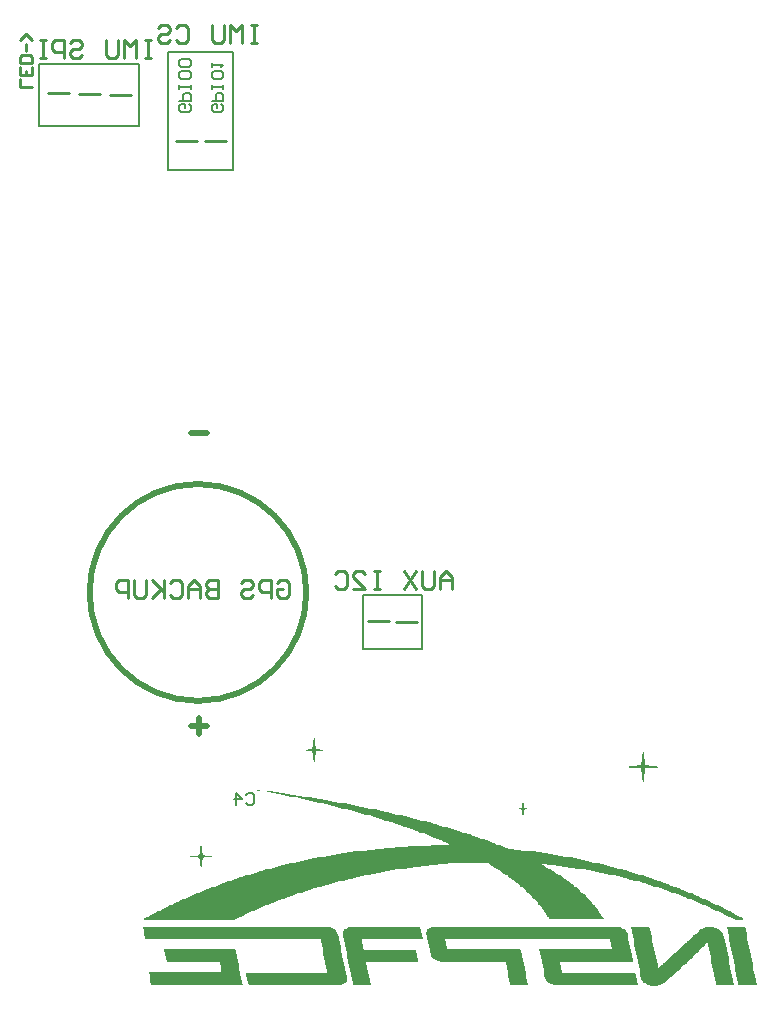
<source format=gbr>
%TF.GenerationSoftware,Altium Limited,Altium Designer,23.2.1 (34)*%
G04 Layer_Color=32896*
%FSLAX45Y45*%
%MOMM*%
%TF.SameCoordinates,CECF9715-3839-4E6E-A075-D830FB70F3A2*%
%TF.FilePolarity,Positive*%
%TF.FileFunction,Legend,Bot*%
%TF.Part,Single*%
G01*
G75*
%TA.AperFunction,NonConductor*%
%ADD32C,0.25400*%
%ADD44C,0.50000*%
%ADD46C,0.12700*%
%ADD50C,0.15000*%
G36*
X4764540Y3274128D02*
X4771792D01*
Y3252371D01*
X4808054D01*
Y3245118D01*
X4858821D01*
Y3237866D01*
X4829812D01*
Y3230614D01*
X4771792D01*
Y3201604D01*
X4764540D01*
Y3143584D01*
X4757287D01*
Y3158089D01*
X4750035D01*
Y3216109D01*
X4742782D01*
Y3230614D01*
X4692015D01*
Y3237866D01*
X4655753D01*
Y3245118D01*
X4706520D01*
Y3252371D01*
X4742782D01*
Y3266876D01*
X4750035D01*
Y3324895D01*
X4757287D01*
Y3339400D01*
X4764540D01*
Y3274128D01*
D02*
G37*
G36*
X7549477Y3165342D02*
X7556729D01*
Y3114574D01*
X7592992D01*
Y3107322D01*
X7658264D01*
Y3100070D01*
X7665516D01*
Y3092817D01*
X7600244D01*
Y3085565D01*
X7556729D01*
Y3034798D01*
X7549477D01*
Y3027545D01*
Y2969526D01*
X7542224D01*
Y2991283D01*
X7534972D01*
Y3056555D01*
X7527720D01*
Y3085565D01*
X7484205D01*
Y3092817D01*
X7426185D01*
Y3107322D01*
X7491457D01*
Y3114574D01*
X7527720D01*
Y3143584D01*
X7534972D01*
Y3208856D01*
X7542224D01*
Y3223361D01*
X7549477D01*
Y3165342D01*
D02*
G37*
G36*
X4300384Y2897001D02*
X4278626D01*
Y2904254D01*
X4300384D01*
Y2897001D01*
D02*
G37*
G36*
X6534135Y2751953D02*
X6563145D01*
Y2744700D01*
X6592155D01*
Y2737448D01*
X6541388D01*
Y2730195D01*
X6534135D01*
Y2686680D01*
X6526883D01*
Y2693933D01*
X6519630D01*
Y2730195D01*
X6512378D01*
Y2737448D01*
X6461611D01*
Y2744700D01*
X6490620D01*
Y2751953D01*
X6519630D01*
Y2759205D01*
Y2788215D01*
X6526883D01*
Y2795467D01*
X6534135D01*
Y2751953D01*
D02*
G37*
G36*
X3807217Y2367573D02*
X3814470D01*
Y2353068D01*
X3836227D01*
Y2345816D01*
X3894247D01*
Y2338563D01*
X3879742D01*
Y2331311D01*
X3821722D01*
Y2324059D01*
X3814470D01*
Y2309554D01*
X3807217D01*
Y2251534D01*
X3799965D01*
Y2258786D01*
X3792713D01*
Y2316806D01*
X3785460D01*
Y2324059D01*
X3778208D01*
Y2331311D01*
X3720188D01*
Y2338563D01*
X3705683D01*
Y2345816D01*
X3770955D01*
Y2353068D01*
X3785460D01*
Y2360321D01*
X3792713D01*
Y2425593D01*
X3807217D01*
Y2367573D01*
D02*
G37*
G36*
X4358403Y2889749D02*
X4409170D01*
Y2882496D01*
X4459937D01*
Y2875244D01*
X4510704D01*
Y2867991D01*
X4554219D01*
Y2860739D01*
X4604986D01*
Y2853487D01*
X4655753D01*
Y2846234D01*
X4699268D01*
Y2838982D01*
X4742782D01*
Y2831729D01*
X4786297D01*
Y2824477D01*
X4829812D01*
Y2817224D01*
X4873326D01*
Y2809972D01*
X4909589D01*
Y2802720D01*
X4953103D01*
Y2795467D01*
X4989365D01*
Y2788215D01*
X5032880D01*
Y2780962D01*
X5069142D01*
Y2773710D01*
X5105404D01*
Y2766457D01*
X5141667D01*
Y2759205D01*
X5177929D01*
Y2751953D01*
X5214191D01*
Y2744700D01*
X5250453D01*
Y2737448D01*
X5286715D01*
Y2730195D01*
X5315725D01*
Y2722943D01*
X5351987D01*
Y2715690D01*
X5388250D01*
Y2708438D01*
X5417259D01*
Y2701185D01*
X5446269D01*
Y2693933D01*
X5482531D01*
Y2686680D01*
X5511541D01*
Y2679428D01*
X5540551D01*
Y2672176D01*
X5569561D01*
Y2664923D01*
X5598570D01*
Y2657671D01*
X5627580D01*
Y2650418D01*
X5656590D01*
Y2643166D01*
X5685600D01*
Y2635913D01*
X5714609D01*
Y2628661D01*
X5743619D01*
Y2621409D01*
X5765377D01*
Y2614156D01*
X5794386D01*
Y2606904D01*
X5816144D01*
Y2599651D01*
X5845153D01*
Y2592399D01*
X5866911D01*
Y2585146D01*
X5895920D01*
Y2577894D01*
X5917678D01*
Y2570642D01*
X5939435D01*
Y2563389D01*
X5968445D01*
Y2556137D01*
X5990202D01*
Y2548884D01*
X6011960D01*
Y2541632D01*
X6033717D01*
Y2534379D01*
X6055474D01*
Y2527127D01*
X6084484D01*
Y2519874D01*
X6098989D01*
Y2512622D01*
X6120746D01*
Y2505369D01*
X6142503D01*
Y2498117D01*
X6164261D01*
Y2490865D01*
X6186018D01*
Y2483612D01*
X6207775D01*
Y2476360D01*
X6229533D01*
Y2469107D01*
X6244038D01*
Y2461855D01*
X6265795D01*
Y2454602D01*
X6287552D01*
Y2447350D01*
X6302057D01*
Y2440097D01*
X6323814D01*
Y2432845D01*
X6338319D01*
Y2425593D01*
X6360077D01*
Y2418340D01*
X6374582D01*
Y2411088D01*
X6396339D01*
Y2403835D01*
X6447106D01*
Y2396583D01*
X6512378D01*
Y2389331D01*
X6577650D01*
Y2382078D01*
X6635669D01*
Y2374826D01*
X6686436D01*
Y2367573D01*
X6737203D01*
Y2360321D01*
X6780718D01*
Y2353068D01*
X6824233D01*
Y2345816D01*
X6867748D01*
Y2338563D01*
X6904010D01*
Y2331311D01*
X6947524D01*
Y2324059D01*
X6983787D01*
Y2316806D01*
X7020049D01*
Y2309554D01*
X7049059D01*
Y2302301D01*
X7085321D01*
Y2295049D01*
X7114330D01*
Y2287796D01*
X7150593D01*
Y2280544D01*
X7179602D01*
Y2273291D01*
X7208612D01*
Y2266039D01*
X7237622D01*
Y2258786D01*
X7266632D01*
Y2251534D01*
X7295641D01*
Y2244282D01*
X7324651D01*
Y2237029D01*
X7346408D01*
Y2229777D01*
X7375418D01*
Y2222524D01*
X7404428D01*
Y2215272D01*
X7426185D01*
Y2208019D01*
X7447943D01*
Y2200767D01*
X7476953D01*
Y2193515D01*
X7498710D01*
Y2186262D01*
X7520467D01*
Y2179010D01*
X7549477D01*
Y2171757D01*
X7571234D01*
Y2164505D01*
X7592992D01*
Y2157252D01*
X7614749D01*
Y2150000D01*
X7636506D01*
Y2142748D01*
X7658264D01*
Y2135495D01*
X7680021D01*
Y2128243D01*
X7694526D01*
Y2120990D01*
X7716283D01*
Y2113738D01*
X7738040D01*
Y2106485D01*
X7759798D01*
Y2099233D01*
X7774302D01*
Y2091980D01*
X7796060D01*
Y2084728D01*
X7817817D01*
Y2077475D01*
X7832322D01*
Y2070223D01*
X7854080D01*
Y2062971D01*
X7868584D01*
Y2055718D01*
X7890342D01*
Y2048466D01*
X7904847D01*
Y2041213D01*
X7926604D01*
Y2033961D01*
X7941109D01*
Y2026708D01*
X7962866D01*
Y2019456D01*
X7977371D01*
Y2012203D01*
X7991876D01*
Y2004951D01*
X8013633D01*
Y1997699D01*
X8028138D01*
Y1990446D01*
X8042643D01*
Y1983194D01*
X8057148D01*
Y1975941D01*
X8078905D01*
Y1968689D01*
X8093410D01*
Y1961437D01*
X8107915D01*
Y1954184D01*
X8122420D01*
Y1946932D01*
X8136925D01*
Y1939679D01*
X8151429D01*
Y1932427D01*
X8173187D01*
Y1925174D01*
X8187692D01*
Y1917922D01*
X8202197D01*
Y1910669D01*
X8216701D01*
Y1903417D01*
X8231206D01*
Y1896164D01*
X8245711D01*
Y1888912D01*
X8260216D01*
Y1881660D01*
X8274721D01*
Y1874407D01*
X8289226D01*
Y1867155D01*
X8296478D01*
Y1859902D01*
X8310983D01*
Y1852650D01*
X8325488D01*
Y1845397D01*
X8339993D01*
Y1838145D01*
X8354498D01*
Y1830892D01*
X8369003D01*
Y1823640D01*
X8383507D01*
Y1816388D01*
X8390760D01*
Y1801883D01*
X8318236D01*
Y1809135D01*
X8303731D01*
Y1816388D01*
X8289226D01*
Y1823640D01*
X8274721D01*
Y1830892D01*
X8260216D01*
Y1838145D01*
X8245711D01*
Y1845397D01*
X8231206D01*
Y1852650D01*
X8216701D01*
Y1859902D01*
X8202197D01*
Y1867155D01*
X8187692D01*
Y1874407D01*
X8173187D01*
Y1881660D01*
X8151429D01*
Y1888912D01*
X8136925D01*
Y1896164D01*
X8122420D01*
Y1903417D01*
X8107915D01*
Y1910669D01*
X8093410D01*
Y1917922D01*
X8078905D01*
Y1925174D01*
X8057148D01*
Y1932427D01*
X8042643D01*
Y1939679D01*
X8028138D01*
Y1946932D01*
X8006381D01*
Y1954184D01*
X7991876D01*
Y1961437D01*
X7977371D01*
Y1968689D01*
X7955614D01*
Y1975941D01*
X7941109D01*
Y1983194D01*
X7919351D01*
Y1990446D01*
X7904847D01*
Y1997699D01*
X7883089D01*
Y2004951D01*
X7861332D01*
Y2012203D01*
X7846827D01*
Y2019456D01*
X7825070D01*
Y2026708D01*
X7803312D01*
Y2033961D01*
X7781555D01*
Y2041213D01*
X7759798D01*
Y2048466D01*
X7745293D01*
Y2055718D01*
X7723535D01*
Y2062971D01*
X7701778D01*
Y2070223D01*
X7680021D01*
Y2077475D01*
X7658264D01*
Y2084728D01*
X7629254D01*
Y2091980D01*
X7607496D01*
Y2099233D01*
X7585739D01*
Y2106485D01*
X7563982D01*
Y2113738D01*
X7534972D01*
Y2120990D01*
X7513215D01*
Y2128243D01*
X7484205D01*
Y2135495D01*
X7455195D01*
Y2142748D01*
X7426185D01*
Y2150000D01*
X7404428D01*
Y2157252D01*
X7375418D01*
Y2164505D01*
X7346408D01*
Y2171757D01*
X7310146D01*
Y2179010D01*
X7281137D01*
Y2186262D01*
X7244875D01*
Y2193515D01*
X7215865D01*
Y2200767D01*
X7172350D01*
Y2208019D01*
X7136088D01*
Y2215272D01*
X7099826D01*
Y2222524D01*
X7056311D01*
Y2229777D01*
X7012796D01*
Y2237029D01*
X6969282D01*
Y2244282D01*
X6911262D01*
Y2251534D01*
X6860495D01*
Y2258786D01*
X6802476D01*
Y2266039D01*
X6729951D01*
Y2273291D01*
X6686436D01*
Y2266039D01*
X6700941D01*
Y2258786D01*
X6715446D01*
Y2251534D01*
X6722699D01*
Y2244282D01*
X6737203D01*
Y2237029D01*
X6751708D01*
Y2229777D01*
X6766213D01*
Y2222524D01*
X6773466D01*
Y2215272D01*
X6787971D01*
Y2208019D01*
X6795223D01*
Y2200767D01*
X6809728D01*
Y2193515D01*
X6824233D01*
Y2186262D01*
X6831485D01*
Y2179010D01*
X6845990D01*
Y2171757D01*
X6853243D01*
Y2164505D01*
X6867748D01*
Y2157252D01*
X6875000D01*
Y2150000D01*
X6889505D01*
Y2142748D01*
X6896757D01*
Y2135495D01*
X6904010D01*
Y2128243D01*
X6918514D01*
Y2120990D01*
X6925767D01*
Y2113738D01*
X6933019D01*
Y2106485D01*
X6947524D01*
Y2099233D01*
X6954777D01*
Y2091980D01*
X6962029D01*
Y2084728D01*
X6969282D01*
Y2077475D01*
X6983787D01*
Y2070223D01*
X6991039D01*
Y2062971D01*
X6998291D01*
Y2055718D01*
X7005544D01*
Y2048466D01*
X7012796D01*
Y2041213D01*
X7020049D01*
Y2033961D01*
X7027301D01*
Y2026708D01*
X7034554D01*
Y2019456D01*
X7049059D01*
Y2012203D01*
X7056311D01*
Y2004951D01*
X7063563D01*
Y1997699D01*
X7070816D01*
Y1990446D01*
X7078068D01*
Y1975941D01*
X7085321D01*
Y1968689D01*
X7092573D01*
Y1961437D01*
X7099826D01*
Y1954184D01*
X7107078D01*
Y1946932D01*
X7114330D01*
Y1939679D01*
X7121583D01*
Y1932427D01*
X7128835D01*
Y1925174D01*
X7136088D01*
Y1910669D01*
X7143340D01*
Y1903417D01*
X7150593D01*
Y1896164D01*
X7157845D01*
Y1881660D01*
X7165097D01*
Y1874407D01*
X7172350D01*
Y1859902D01*
X7179602D01*
Y1852650D01*
X7186855D01*
Y1838145D01*
X7194107D01*
Y1823640D01*
X7201360D01*
Y1816388D01*
X7208612D01*
Y1809135D01*
X6744456D01*
Y1823640D01*
X6737203D01*
Y1830892D01*
X6729951D01*
Y1845397D01*
X6722699D01*
Y1859902D01*
X6715446D01*
Y1867155D01*
X6708194D01*
Y1881660D01*
X6700941D01*
Y1888912D01*
X6693689D01*
Y1896164D01*
X6686436D01*
Y1910669D01*
X6679184D01*
Y1917922D01*
X6671932D01*
Y1925174D01*
X6664679D01*
Y1932427D01*
X6657427D01*
Y1946932D01*
X6650174D01*
Y1954184D01*
X6642922D01*
Y1961437D01*
X6635669D01*
Y1968689D01*
X6628417D01*
Y1975941D01*
X6621165D01*
Y1983194D01*
X6613912D01*
Y1990446D01*
X6606660D01*
Y1997699D01*
X6599407D01*
Y2004951D01*
X6592155D01*
Y2012203D01*
X6584902D01*
Y2019456D01*
X6577650D01*
Y2026708D01*
X6570397D01*
Y2033961D01*
X6563145D01*
Y2041213D01*
X6555893D01*
Y2048466D01*
X6548640D01*
Y2055718D01*
X6541388D01*
Y2062971D01*
X6534135D01*
Y2070223D01*
X6526883D01*
Y2077475D01*
X6512378D01*
Y2084728D01*
X6505125D01*
Y2091980D01*
X6497873D01*
Y2099233D01*
X6490620D01*
Y2106485D01*
X6483368D01*
Y2113738D01*
X6468863D01*
Y2120990D01*
X6461611D01*
Y2128243D01*
X6454358D01*
Y2135495D01*
X6447106D01*
Y2142748D01*
X6432601D01*
Y2150000D01*
X6425349D01*
Y2157252D01*
X6410844D01*
Y2164505D01*
X6403591D01*
Y2171757D01*
X6396339D01*
Y2179010D01*
X6381834D01*
Y2186262D01*
X6374582D01*
Y2193515D01*
X6360077D01*
Y2200767D01*
X6352824D01*
Y2208019D01*
X6338319D01*
Y2215272D01*
X6331067D01*
Y2222524D01*
X6316562D01*
Y2229777D01*
X6309309D01*
Y2237029D01*
X6294805D01*
Y2244282D01*
X6280300D01*
Y2251534D01*
X6273047D01*
Y2258786D01*
X6258542D01*
Y2266039D01*
X6251290D01*
Y2273291D01*
X6236785D01*
Y2280544D01*
X6222280D01*
Y2287796D01*
X6004707D01*
Y2280544D01*
X5895920D01*
Y2273291D01*
X5808891D01*
Y2266039D01*
X5729114D01*
Y2258786D01*
X5663842D01*
Y2251534D01*
X5598570D01*
Y2244282D01*
X5547803D01*
Y2237029D01*
X5497036D01*
Y2229777D01*
X5446269D01*
Y2222524D01*
X5402754D01*
Y2215272D01*
X5359240D01*
Y2208019D01*
X5322978D01*
Y2200767D01*
X5279463D01*
Y2193515D01*
X5243201D01*
Y2186262D01*
X5214191D01*
Y2179010D01*
X5177929D01*
Y2171757D01*
X5148919D01*
Y2164505D01*
X5112657D01*
Y2157252D01*
X5083647D01*
Y2150000D01*
X5047385D01*
Y2142748D01*
X5018375D01*
Y2135495D01*
X4989365D01*
Y2128243D01*
X4960356D01*
Y2120990D01*
X4931346D01*
Y2113738D01*
X4909589D01*
Y2106485D01*
X4880579D01*
Y2099233D01*
X4851569D01*
Y2091980D01*
X4822559D01*
Y2084728D01*
X4800802D01*
Y2077475D01*
X4779045D01*
Y2070223D01*
X4750035D01*
Y2062971D01*
X4728278D01*
Y2055718D01*
X4706520D01*
Y2048466D01*
X4684763D01*
Y2041213D01*
X4663005D01*
Y2033961D01*
X4641248D01*
Y2026708D01*
X4612238D01*
Y2019456D01*
X4597734D01*
Y2012203D01*
X4575976D01*
Y2004951D01*
X4554219D01*
Y1997699D01*
X4532462D01*
Y1990446D01*
X4510704D01*
Y1983194D01*
X4488947D01*
Y1975941D01*
X4474442D01*
Y1968689D01*
X4452685D01*
Y1961437D01*
X4438180D01*
Y1954184D01*
X4416422D01*
Y1946932D01*
X4394665D01*
Y1939679D01*
X4380160D01*
Y1932427D01*
X4358403D01*
Y1925174D01*
X4343898D01*
Y1917922D01*
X4329393D01*
Y1910669D01*
X4307636D01*
Y1903417D01*
X4293131D01*
Y1896164D01*
X4271374D01*
Y1888912D01*
X4256869D01*
Y1881660D01*
X4242364D01*
Y1874407D01*
X4227859D01*
Y1867155D01*
X4206102D01*
Y1859902D01*
X4191597D01*
Y1852650D01*
X4177092D01*
Y1845397D01*
X4162587D01*
Y1838145D01*
X4148082D01*
Y1830892D01*
X4133577D01*
Y1823640D01*
X4119073D01*
Y1816388D01*
X4104568D01*
Y1809135D01*
X4090063D01*
Y1801883D01*
X3321304D01*
Y1816388D01*
X3335809D01*
Y1823640D01*
X3343061D01*
Y1830892D01*
X3357566D01*
Y1838145D01*
X3372071D01*
Y1845397D01*
X3386576D01*
Y1852650D01*
X3401081D01*
Y1859902D01*
X3415586D01*
Y1867155D01*
X3430091D01*
Y1874407D01*
X3444595D01*
Y1881660D01*
X3459100D01*
Y1888912D01*
X3473605D01*
Y1896164D01*
X3488110D01*
Y1903417D01*
X3502615D01*
Y1910669D01*
X3517120D01*
Y1917922D01*
X3531625D01*
Y1925174D01*
X3546130D01*
Y1932427D01*
X3560634D01*
Y1939679D01*
X3575139D01*
Y1946932D01*
X3589644D01*
Y1954184D01*
X3611401D01*
Y1961437D01*
X3625906D01*
Y1968689D01*
X3640411D01*
Y1975941D01*
X3654916D01*
Y1983194D01*
X3669421D01*
Y1990446D01*
X3691179D01*
Y1997699D01*
X3705683D01*
Y2004951D01*
X3720188D01*
Y2012203D01*
X3741946D01*
Y2019456D01*
X3756450D01*
Y2026708D01*
X3778208D01*
Y2033961D01*
X3792713D01*
Y2041213D01*
X3807217D01*
Y2048466D01*
X3828975D01*
Y2055718D01*
X3843480D01*
Y2062971D01*
X3865237D01*
Y2070223D01*
X3886994D01*
Y2077475D01*
X3901499D01*
Y2084728D01*
X3923257D01*
Y2091980D01*
X3945014D01*
Y2099233D01*
X3959519D01*
Y2106485D01*
X3981276D01*
Y2113738D01*
X4003033D01*
Y2120990D01*
X4024791D01*
Y2128243D01*
X4046548D01*
Y2135495D01*
X4061053D01*
Y2142748D01*
X4082810D01*
Y2150000D01*
X4104568D01*
Y2157252D01*
X4126325D01*
Y2164505D01*
X4155335D01*
Y2171757D01*
X4177092D01*
Y2179010D01*
X4198849D01*
Y2186262D01*
X4220606D01*
Y2193515D01*
X4249616D01*
Y2200767D01*
X4271374D01*
Y2208019D01*
X4293131D01*
Y2215272D01*
X4322141D01*
Y2222524D01*
X4343898D01*
Y2229777D01*
X4372908D01*
Y2237029D01*
X4401918D01*
Y2244282D01*
X4423675D01*
Y2251534D01*
X4452685D01*
Y2258786D01*
X4481694D01*
Y2266039D01*
X4510704D01*
Y2273291D01*
X4546967D01*
Y2280544D01*
X4575976D01*
Y2287796D01*
X4604986D01*
Y2295049D01*
X4641248D01*
Y2302301D01*
X4670258D01*
Y2309554D01*
X4706520D01*
Y2316806D01*
X4742782D01*
Y2324059D01*
X4779045D01*
Y2331311D01*
X4815307D01*
Y2338563D01*
X4858821D01*
Y2345816D01*
X4902336D01*
Y2353068D01*
X4945851D01*
Y2360321D01*
X4989365D01*
Y2367573D01*
X5040132D01*
Y2374826D01*
X5090899D01*
Y2382078D01*
X5148919D01*
Y2389331D01*
X5206939D01*
Y2396583D01*
X5272210D01*
Y2403835D01*
X5351987D01*
Y2411088D01*
X5439017D01*
Y2418340D01*
X5555056D01*
Y2425593D01*
X5743619D01*
Y2432845D01*
X5917678D01*
Y2440097D01*
X5903173D01*
Y2447350D01*
X5888668D01*
Y2454602D01*
X5874163D01*
Y2461855D01*
X5852406D01*
Y2469107D01*
X5837901D01*
Y2476360D01*
X5816144D01*
Y2483612D01*
X5801639D01*
Y2490865D01*
X5787134D01*
Y2498117D01*
X5765377D01*
Y2505369D01*
X5750872D01*
Y2512622D01*
X5729114D01*
Y2519874D01*
X5714609D01*
Y2527127D01*
X5692852D01*
Y2534379D01*
X5671095D01*
Y2541632D01*
X5649337D01*
Y2548884D01*
X5634833D01*
Y2556137D01*
X5613075D01*
Y2563389D01*
X5591318D01*
Y2570642D01*
X5569561D01*
Y2577894D01*
X5547803D01*
Y2585146D01*
X5533298D01*
Y2592399D01*
X5511541D01*
Y2599651D01*
X5489784D01*
Y2606904D01*
X5468026D01*
Y2614156D01*
X5446269D01*
Y2621409D01*
X5424512D01*
Y2628661D01*
X5395502D01*
Y2635913D01*
X5373745D01*
Y2643166D01*
X5351987D01*
Y2650418D01*
X5330230D01*
Y2657671D01*
X5308473D01*
Y2664923D01*
X5279463D01*
Y2672176D01*
X5257706D01*
Y2679428D01*
X5235948D01*
Y2686680D01*
X5206939D01*
Y2693933D01*
X5177929D01*
Y2701185D01*
X5156172D01*
Y2708438D01*
X5127162D01*
Y2715690D01*
X5105404D01*
Y2722943D01*
X5076395D01*
Y2730195D01*
X5047385D01*
Y2737448D01*
X5018375D01*
Y2744700D01*
X4989365D01*
Y2751953D01*
X4960356D01*
Y2759205D01*
X4931346D01*
Y2766457D01*
X4902336D01*
Y2773710D01*
X4873326D01*
Y2780962D01*
X4844316D01*
Y2788215D01*
X4815307D01*
Y2795467D01*
X4779045D01*
Y2802720D01*
X4750035D01*
Y2809972D01*
X4713773D01*
Y2817224D01*
X4684763D01*
Y2824477D01*
X4648501D01*
Y2831729D01*
X4619491D01*
Y2838982D01*
X4583229D01*
Y2846234D01*
X4546967D01*
Y2853487D01*
X4510704D01*
Y2860739D01*
X4474442D01*
Y2867991D01*
X4438180D01*
Y2875244D01*
X4394665D01*
Y2882496D01*
X4358403D01*
Y2889749D01*
X4322141D01*
Y2897001D01*
X4358403D01*
Y2889749D01*
D02*
G37*
G36*
X8144177Y1736611D02*
X8165934D01*
Y1729358D01*
X8180439D01*
Y1722106D01*
X8187692D01*
Y1714854D01*
X8194944D01*
Y1707601D01*
X8202197D01*
Y1700349D01*
X8209449D01*
Y1693096D01*
X8216701D01*
Y1685844D01*
X8223954D01*
Y1678591D01*
Y1671339D01*
Y1664086D01*
X8231206D01*
Y1642329D01*
X8238459D01*
Y1606067D01*
X8245711D01*
Y1569805D01*
X8252964D01*
Y1533543D01*
X8260216D01*
Y1497280D01*
X8267469D01*
Y1461018D01*
X8274721D01*
Y1424756D01*
X8281974D01*
Y1381241D01*
X8289226D01*
Y1344979D01*
X8296478D01*
Y1308717D01*
X8303731D01*
Y1272455D01*
X8310983D01*
Y1250697D01*
X8158682D01*
Y1286959D01*
X8151429D01*
Y1323222D01*
X8144177D01*
Y1359484D01*
X8136925D01*
Y1395746D01*
X8129672D01*
Y1432008D01*
X8122420D01*
Y1468270D01*
X8115167D01*
Y1504533D01*
X8107915D01*
Y1540795D01*
X8100662D01*
Y1577057D01*
X8093410D01*
Y1606067D01*
X8078905D01*
Y1598814D01*
X8071653D01*
Y1591562D01*
X8064400D01*
Y1584310D01*
X8057148D01*
Y1577057D01*
X8049895D01*
Y1569805D01*
X8042643D01*
Y1562552D01*
X8035390D01*
Y1555300D01*
X8028138D01*
Y1548047D01*
X8020886D01*
Y1540795D01*
X8013633D01*
Y1533543D01*
X8006381D01*
Y1526290D01*
X7999128D01*
Y1519038D01*
X7991876D01*
Y1511785D01*
X7984623D01*
Y1504533D01*
X7977371D01*
Y1497280D01*
X7970118D01*
Y1490028D01*
X7962866D01*
Y1482775D01*
X7955614D01*
Y1475523D01*
X7948361D01*
Y1468270D01*
X7941109D01*
Y1461018D01*
X7933856D01*
Y1453766D01*
X7926604D01*
Y1446513D01*
X7919351D01*
Y1439261D01*
X7912099D01*
Y1432008D01*
X7897594D01*
Y1424756D01*
X7890342D01*
Y1417503D01*
X7883089D01*
Y1410251D01*
X7875837D01*
Y1402998D01*
X7868584D01*
Y1395746D01*
X7861332D01*
Y1388494D01*
X7854080D01*
Y1381241D01*
X7846827D01*
Y1373989D01*
X7839575D01*
Y1366736D01*
X7832322D01*
Y1359484D01*
X7825070D01*
Y1352231D01*
X7817817D01*
Y1344979D01*
X7803312D01*
Y1337727D01*
X7796060D01*
Y1330474D01*
X7788807D01*
Y1323222D01*
X7781555D01*
Y1315969D01*
X7774302D01*
Y1308717D01*
X7767050D01*
Y1301464D01*
X7752545D01*
Y1294212D01*
X7745293D01*
Y1286959D01*
X7738040D01*
Y1279707D01*
X7730788D01*
Y1272455D01*
X7723535D01*
Y1265202D01*
X7709031D01*
Y1257950D01*
X7694526D01*
Y1250697D01*
X7665516D01*
Y1243445D01*
X7600244D01*
Y1250697D01*
X7578487D01*
Y1257950D01*
X7563982D01*
Y1265202D01*
X7556729D01*
Y1272455D01*
X7542224D01*
Y1286959D01*
X7534972D01*
Y1294212D01*
X7527720D01*
Y1323222D01*
X7520467D01*
Y1359484D01*
X7513215D01*
Y1395746D01*
X7505962D01*
Y1432008D01*
X7498710D01*
Y1468270D01*
X7491457D01*
Y1504533D01*
X7484205D01*
Y1540795D01*
X7476953D01*
Y1577057D01*
X7469700D01*
Y1613319D01*
X7462448D01*
Y1649581D01*
X7455195D01*
Y1685844D01*
X7447943D01*
Y1722106D01*
X7440690D01*
Y1743863D01*
X7592992D01*
Y1736611D01*
X7600244D01*
Y1707601D01*
X7607496D01*
Y1671339D01*
X7614749D01*
Y1642329D01*
X7622001D01*
Y1606067D01*
X7629254D01*
Y1569805D01*
X7636506D01*
Y1540795D01*
X7643759D01*
Y1504533D01*
X7651011D01*
Y1475523D01*
X7658264D01*
Y1439261D01*
X7665516D01*
Y1410251D01*
X7672768D01*
Y1395746D01*
X7680021D01*
Y1402998D01*
X7687273D01*
Y1410251D01*
X7694526D01*
Y1417503D01*
X7701778D01*
Y1424756D01*
X7709031D01*
Y1432008D01*
X7716283D01*
Y1439261D01*
X7730788D01*
Y1446513D01*
X7738040D01*
Y1453766D01*
X7745293D01*
Y1461018D01*
X7752545D01*
Y1468270D01*
X7759798D01*
Y1475523D01*
X7767050D01*
Y1482775D01*
X7774302D01*
Y1490028D01*
X7781555D01*
Y1497280D01*
X7788807D01*
Y1504533D01*
X7796060D01*
Y1511785D01*
X7803312D01*
Y1519038D01*
X7810565D01*
Y1526290D01*
X7825070D01*
Y1533543D01*
X7832322D01*
Y1540795D01*
X7839575D01*
Y1548047D01*
X7846827D01*
Y1555300D01*
X7854080D01*
Y1562552D01*
X7861332D01*
Y1569805D01*
X7868584D01*
Y1577057D01*
X7875837D01*
Y1584310D01*
X7883089D01*
Y1591562D01*
X7890342D01*
Y1598814D01*
X7897594D01*
Y1606067D01*
X7912099D01*
Y1613319D01*
X7919351D01*
Y1620572D01*
X7926604D01*
Y1627824D01*
X7933856D01*
Y1635076D01*
X7941109D01*
Y1642329D01*
X7948361D01*
Y1649581D01*
X7955614D01*
Y1656834D01*
X7962866D01*
Y1664086D01*
X7970118D01*
Y1671339D01*
X7977371D01*
Y1678591D01*
X7984623D01*
Y1685844D01*
X7999128D01*
Y1693096D01*
X8006381D01*
Y1700349D01*
X8013633D01*
Y1707601D01*
X8020886D01*
Y1714854D01*
X8028138D01*
Y1722106D01*
X8035390D01*
Y1729358D01*
X8049895D01*
Y1736611D01*
X8064400D01*
Y1743863D01*
X8144177D01*
Y1736611D01*
D02*
G37*
G36*
X8405265D02*
X8412517D01*
Y1700349D01*
X8419770D01*
Y1664086D01*
X8427022D01*
Y1627824D01*
X8434275D01*
Y1591562D01*
X8441527D01*
Y1555300D01*
X8448780D01*
Y1519038D01*
X8456032D01*
Y1482775D01*
X8463285D01*
Y1446513D01*
X8470537D01*
Y1410251D01*
X8477789D01*
Y1373989D01*
X8485042D01*
Y1344979D01*
X8492294D01*
Y1308717D01*
X8499547D01*
Y1272455D01*
X8506799D01*
Y1250697D01*
X8347245D01*
Y1286959D01*
X8339993D01*
Y1323222D01*
X8332741D01*
Y1359484D01*
X8325488D01*
Y1395746D01*
X8318236D01*
Y1432008D01*
X8310983D01*
Y1468270D01*
X8303731D01*
Y1504533D01*
X8296478D01*
Y1540795D01*
X8289226D01*
Y1577057D01*
X8281974D01*
Y1613319D01*
X8274721D01*
Y1649581D01*
X8267469D01*
Y1685844D01*
X8260216D01*
Y1722106D01*
X8252964D01*
Y1743863D01*
X8405265D01*
Y1736611D01*
D02*
G37*
G36*
X7353661D02*
X7368166D01*
Y1729358D01*
X7382671D01*
Y1722106D01*
X7389923D01*
Y1714854D01*
X7397176D01*
Y1700349D01*
X7404428D01*
Y1693096D01*
X7411681D01*
Y1664086D01*
X7418933D01*
Y1627824D01*
X7426185D01*
Y1591562D01*
X7433438D01*
Y1555300D01*
X7440690D01*
Y1519038D01*
X7447943D01*
Y1482775D01*
X7455195D01*
Y1446513D01*
X6838738D01*
Y1417503D01*
X6845990D01*
Y1381241D01*
X6853243D01*
Y1352231D01*
X7476953D01*
Y1344979D01*
X7484205D01*
Y1308717D01*
X7491457D01*
Y1272455D01*
X7498710D01*
Y1250697D01*
X6780718D01*
Y1257950D01*
X6758961D01*
Y1265202D01*
X6744456D01*
Y1272455D01*
X6737203D01*
Y1279707D01*
X6729951D01*
Y1286959D01*
X6722699D01*
Y1301464D01*
X6715446D01*
Y1323222D01*
X6708194D01*
Y1359484D01*
X6700941D01*
Y1395746D01*
X6693689D01*
Y1432008D01*
X6686436D01*
Y1468270D01*
X6679184D01*
Y1504533D01*
X6671932D01*
Y1540795D01*
X6664679D01*
Y1555300D01*
X7281137D01*
Y1577057D01*
X7273884D01*
Y1613319D01*
X7266632D01*
Y1642329D01*
X5866911D01*
Y1620572D01*
X5874163D01*
Y1584310D01*
X5881415D01*
Y1555300D01*
X6505125D01*
Y1548047D01*
X6512378D01*
Y1519038D01*
X6519630D01*
Y1482775D01*
X6526883D01*
Y1446513D01*
X6534135D01*
Y1410251D01*
X6541388D01*
Y1373989D01*
X6548640D01*
Y1337727D01*
X6555893D01*
Y1301464D01*
X6563145D01*
Y1265202D01*
X6570397D01*
Y1250697D01*
X6418096D01*
Y1279707D01*
X6410844D01*
Y1308717D01*
X6403591D01*
Y1344979D01*
X6396339D01*
Y1381241D01*
X6389086D01*
Y1417503D01*
X6381834D01*
Y1446513D01*
X5823396D01*
Y1453766D01*
X5794386D01*
Y1461018D01*
X5779881D01*
Y1468270D01*
X5772629D01*
Y1475523D01*
X5765377D01*
Y1482775D01*
X5758124D01*
Y1490028D01*
X5750872D01*
Y1504533D01*
X5743619D01*
Y1526290D01*
X5736367D01*
Y1562552D01*
X5729114D01*
Y1598814D01*
X5721862D01*
Y1635076D01*
X5714609D01*
Y1678591D01*
X5707357D01*
Y1700349D01*
X5714609D01*
Y1722106D01*
X5721862D01*
Y1729358D01*
X5729114D01*
Y1736611D01*
X5743619D01*
Y1743863D01*
X7353661D01*
Y1736611D01*
D02*
G37*
G36*
X5656590Y1729358D02*
X5663842D01*
Y1693096D01*
X5671095D01*
Y1656834D01*
X5678347D01*
Y1642329D01*
X5163424D01*
Y1598814D01*
X5170676D01*
Y1555300D01*
X5177929D01*
Y1548047D01*
X5620328D01*
Y1519038D01*
X5627580D01*
Y1482775D01*
X5634833D01*
Y1446513D01*
X5199686D01*
Y1417503D01*
X5206939D01*
Y1381241D01*
X5214191D01*
Y1344979D01*
X5221443D01*
Y1337727D01*
Y1308717D01*
X5228696D01*
Y1272455D01*
X5235948D01*
Y1250697D01*
X5090899D01*
Y1257950D01*
X5083647D01*
Y1286959D01*
X5076395D01*
Y1323222D01*
X5069142D01*
Y1359484D01*
X5061890D01*
Y1395746D01*
X5054637D01*
Y1432008D01*
X5047385D01*
Y1468270D01*
X5040132D01*
Y1504533D01*
X5032880D01*
Y1540795D01*
X5025627D01*
Y1577057D01*
X5018375D01*
Y1613319D01*
X5011123D01*
Y1649581D01*
X5003870D01*
Y1707601D01*
X5011123D01*
Y1722106D01*
X5018375D01*
Y1729358D01*
X5032880D01*
Y1736611D01*
X5047385D01*
Y1743863D01*
X5656590D01*
Y1729358D01*
D02*
G37*
G36*
X4902336Y1736611D02*
X4916841D01*
Y1729358D01*
X4931346D01*
Y1722106D01*
X4938598D01*
Y1714854D01*
X4945851D01*
Y1700349D01*
X4953103D01*
Y1685844D01*
X4960356D01*
Y1664086D01*
X4967608D01*
Y1627824D01*
X4974861D01*
Y1591562D01*
X4982113D01*
Y1555300D01*
X4989365D01*
Y1519038D01*
X4996618D01*
Y1482775D01*
X5003870D01*
Y1446513D01*
X5011123D01*
Y1410251D01*
X5018375D01*
Y1373989D01*
X5025627D01*
Y1337727D01*
X5032880D01*
Y1279707D01*
X5025627D01*
Y1265202D01*
X5011123D01*
Y1257950D01*
X4996618D01*
Y1250697D01*
X4206102D01*
Y1257950D01*
X4198849D01*
Y1286959D01*
X4191597D01*
Y1323222D01*
X4184344D01*
Y1352231D01*
X4866074D01*
Y1388494D01*
X4858821D01*
Y1424756D01*
X4851569D01*
Y1461018D01*
X4844316D01*
Y1497280D01*
X4837064D01*
Y1533543D01*
X4829812D01*
Y1569805D01*
X4822559D01*
Y1606067D01*
X4815307D01*
Y1642329D01*
X3328556D01*
Y1664086D01*
X3321304D01*
Y1700349D01*
X3314052D01*
Y1729358D01*
X3306799D01*
Y1743863D01*
X4902336D01*
Y1736611D01*
D02*
G37*
G36*
X4090063Y1548047D02*
X4097315D01*
Y1511785D01*
X4104568D01*
Y1475523D01*
X4111820D01*
Y1439261D01*
X4119073D01*
Y1402998D01*
X4126325D01*
Y1366736D01*
X4133577D01*
Y1330474D01*
X4140830D01*
Y1294212D01*
X4148082D01*
Y1257950D01*
X4155335D01*
Y1250697D01*
X3379323D01*
Y1272455D01*
X3372071D01*
Y1308717D01*
X3364819D01*
Y1344979D01*
X3357566D01*
Y1359484D01*
X3974024D01*
Y1381241D01*
X3966771D01*
Y1417503D01*
X3959519D01*
Y1446513D01*
X3509868D01*
Y1461018D01*
X3502615D01*
Y1497280D01*
X3495363D01*
Y1533543D01*
X3488110D01*
Y1555300D01*
X4090063D01*
Y1548047D01*
D02*
G37*
D32*
X3836100Y8400000D02*
X4013900D01*
X3031100Y8790000D02*
X3208900D01*
X2771100Y8794300D02*
X2948900D01*
X2501100Y8804300D02*
X2678900D01*
X3586100Y8400000D02*
X3763900D01*
X5448300Y4325780D02*
X5626100D01*
X5211100Y4330000D02*
X5388900D01*
X4448033Y4652359D02*
X4473425Y4677751D01*
X4524208D01*
X4549600Y4652359D01*
Y4550792D01*
X4524208Y4525400D01*
X4473425D01*
X4448033Y4550792D01*
Y4601575D01*
X4498817D01*
X4397249Y4525400D02*
Y4677751D01*
X4321074D01*
X4295682Y4652359D01*
Y4601575D01*
X4321074Y4576183D01*
X4397249D01*
X4143331Y4652359D02*
X4168723Y4677751D01*
X4219507D01*
X4244899Y4652359D01*
Y4626967D01*
X4219507Y4601575D01*
X4168723D01*
X4143331Y4576183D01*
Y4550792D01*
X4168723Y4525400D01*
X4219507D01*
X4244899Y4550792D01*
X3940197Y4677751D02*
Y4525400D01*
X3864022D01*
X3838630Y4550792D01*
Y4576183D01*
X3864022Y4601575D01*
X3940197D01*
X3864022D01*
X3838630Y4626967D01*
Y4652359D01*
X3864022Y4677751D01*
X3940197D01*
X3787846Y4525400D02*
Y4626967D01*
X3737063Y4677751D01*
X3686279Y4626967D01*
Y4525400D01*
Y4601575D01*
X3787846D01*
X3533928Y4652359D02*
X3559320Y4677751D01*
X3610104D01*
X3635496Y4652359D01*
Y4550792D01*
X3610104Y4525400D01*
X3559320D01*
X3533928Y4550792D01*
X3483145Y4677751D02*
Y4525400D01*
Y4576183D01*
X3381578Y4677751D01*
X3457753Y4601575D01*
X3381578Y4525400D01*
X3330794Y4677751D02*
Y4550792D01*
X3305402Y4525400D01*
X3254619D01*
X3229227Y4550792D01*
Y4677751D01*
X3178443Y4525400D02*
Y4677751D01*
X3102268D01*
X3076876Y4652359D01*
Y4601575D01*
X3102268Y4576183D01*
X3178443D01*
X3375000Y9252351D02*
X3324217D01*
X3349608D01*
Y9100000D01*
X3375000D01*
X3324217D01*
X3248041D02*
Y9252351D01*
X3197258Y9201567D01*
X3146474Y9252351D01*
Y9100000D01*
X3095691Y9252351D02*
Y9125392D01*
X3070299Y9100000D01*
X3019515D01*
X2994123Y9125392D01*
Y9252351D01*
X2689422Y9226959D02*
X2714814Y9252351D01*
X2765597D01*
X2790989Y9226959D01*
Y9201567D01*
X2765597Y9176175D01*
X2714814D01*
X2689422Y9150784D01*
Y9125392D01*
X2714814Y9100000D01*
X2765597D01*
X2790989Y9125392D01*
X2638638Y9100000D02*
Y9252351D01*
X2562463D01*
X2537071Y9226959D01*
Y9176175D01*
X2562463Y9150784D01*
X2638638D01*
X2486288Y9252351D02*
X2435504D01*
X2460896D01*
Y9100000D01*
X2486288D01*
X2435504D01*
X4275000Y9377351D02*
X4224217D01*
X4249608D01*
Y9225000D01*
X4275000D01*
X4224217D01*
X4148041D02*
Y9377351D01*
X4097258Y9326567D01*
X4046474Y9377351D01*
Y9225000D01*
X3995691Y9377351D02*
Y9250392D01*
X3970299Y9225000D01*
X3919515D01*
X3894123Y9250392D01*
Y9377351D01*
X3589422Y9351959D02*
X3614814Y9377351D01*
X3665597D01*
X3690989Y9351959D01*
Y9250392D01*
X3665597Y9225000D01*
X3614814D01*
X3589422Y9250392D01*
X3437071Y9351959D02*
X3462463Y9377351D01*
X3513246D01*
X3538638Y9351959D01*
Y9326567D01*
X3513246Y9301175D01*
X3462463D01*
X3437071Y9275784D01*
Y9250392D01*
X3462463Y9225000D01*
X3513246D01*
X3538638Y9250392D01*
X5925000Y4600000D02*
Y4701567D01*
X5874217Y4752351D01*
X5823433Y4701567D01*
Y4600000D01*
Y4676175D01*
X5925000D01*
X5772649Y4752351D02*
Y4625392D01*
X5747257Y4600000D01*
X5696474D01*
X5671082Y4625392D01*
Y4752351D01*
X5620299D02*
X5518731Y4600000D01*
Y4752351D02*
X5620299Y4600000D01*
X5315597Y4752351D02*
X5264814D01*
X5290205D01*
Y4600000D01*
X5315597D01*
X5264814D01*
X5087071D02*
X5188638D01*
X5087071Y4701567D01*
Y4726959D01*
X5112463Y4752351D01*
X5163246D01*
X5188638Y4726959D01*
X4934720D02*
X4960112Y4752351D01*
X5010896D01*
X5036288Y4726959D01*
Y4625392D01*
X5010896Y4600000D01*
X4960112D01*
X4934720Y4625392D01*
X2367684Y8855400D02*
X2267716D01*
Y8922045D01*
X2367684Y9022013D02*
Y8955368D01*
X2267716D01*
Y9022013D01*
X2317700Y8955368D02*
Y8988690D01*
X2367684Y9055336D02*
X2267716D01*
Y9105320D01*
X2284377Y9121981D01*
X2351022D01*
X2367684Y9105320D01*
Y9055336D01*
X2317700Y9155304D02*
Y9221949D01*
X2267716Y9255271D02*
X2317700Y9305255D01*
X2367684Y9255271D01*
D44*
X4692878Y4575000D02*
G03*
X4692878Y4575000I-917878J0D01*
G01*
X3850000Y5925000D02*
X3716710D01*
X3850000Y3441645D02*
X3716710D01*
X3783355Y3508290D02*
Y3375000D01*
D46*
X2425000Y8525000D02*
X3275000D01*
X2425000Y9050000D02*
X3275000D01*
Y8525000D02*
Y9050000D01*
X2425000Y8525000D02*
Y9050000D01*
X5175000Y4100000D02*
X5675000D01*
X5175000Y4550000D02*
X5675000D01*
Y4100000D02*
Y4550000D01*
X5175000Y4100000D02*
Y4550000D01*
X3525000Y8150000D02*
X4075000D01*
X3525000Y9150000D02*
X4075000D01*
Y8150000D02*
Y9150000D01*
X3525000Y8150000D02*
Y9150000D01*
D50*
X3698306Y8706645D02*
X3714967Y8689983D01*
Y8656661D01*
X3698306Y8639999D01*
X3631661D01*
X3614999Y8656661D01*
Y8689983D01*
X3631661Y8706645D01*
X3664983D01*
Y8673322D01*
X3614999Y8739967D02*
X3714967D01*
Y8789951D01*
X3698306Y8806612D01*
X3664983D01*
X3648322Y8789951D01*
Y8739967D01*
X3714967Y8839935D02*
Y8873258D01*
Y8856596D01*
X3614999D01*
Y8839935D01*
Y8873258D01*
X3714967Y8973225D02*
Y8939903D01*
X3698306Y8923241D01*
X3631661D01*
X3614999Y8939903D01*
Y8973225D01*
X3631661Y8989887D01*
X3698306D01*
X3714967Y8973225D01*
X3698306Y9023209D02*
X3714967Y9039871D01*
Y9073193D01*
X3698306Y9089854D01*
X3631661D01*
X3614999Y9073193D01*
Y9039871D01*
X3631661Y9023209D01*
X3698306D01*
X3973307Y8706645D02*
X3989968Y8689983D01*
Y8656661D01*
X3973307Y8639999D01*
X3906661D01*
X3890000Y8656661D01*
Y8689983D01*
X3906661Y8706645D01*
X3939984D01*
Y8673322D01*
X3890000Y8739967D02*
X3989968D01*
Y8789951D01*
X3973307Y8806612D01*
X3939984D01*
X3923323Y8789951D01*
Y8739967D01*
X3989968Y8839935D02*
Y8873258D01*
Y8856596D01*
X3890000D01*
Y8839935D01*
Y8873258D01*
X3989968Y8973225D02*
Y8939903D01*
X3973307Y8923241D01*
X3906661D01*
X3890000Y8939903D01*
Y8973225D01*
X3906661Y8989887D01*
X3973307D01*
X3989968Y8973225D01*
X3890000Y9023209D02*
Y9056532D01*
Y9039871D01*
X3989968D01*
X3973307Y9023209D01*
X4183355Y2858306D02*
X4200016Y2874968D01*
X4233338D01*
X4250000Y2858306D01*
Y2791661D01*
X4233338Y2775000D01*
X4200016D01*
X4183355Y2791661D01*
X4100048Y2775000D02*
Y2874968D01*
X4150032Y2824984D01*
X4083387D01*
%TF.MD5,d33a1f65812df973bfc967e7555c1582*%
M02*

</source>
